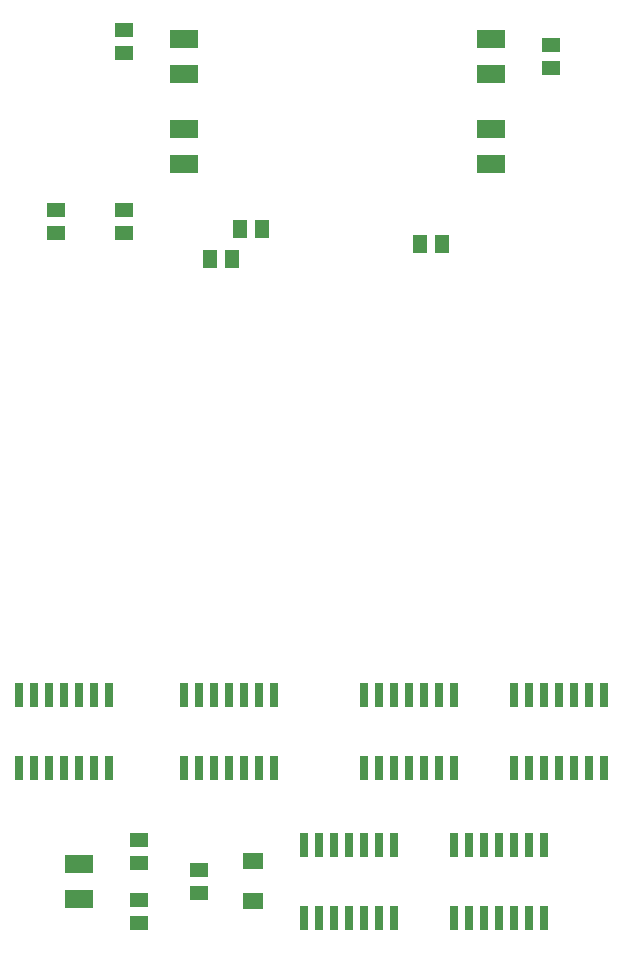
<source format=gbp>
G75*
%MOIN*%
%OFA0B0*%
%FSLAX25Y25*%
%IPPOS*%
%LPD*%
%AMOC8*
5,1,8,0,0,1.08239X$1,22.5*
%
%ADD10R,0.09449X0.06299*%
%ADD11R,0.02600X0.08000*%
%ADD12R,0.05906X0.05118*%
%ADD13R,0.06299X0.05118*%
%ADD14R,0.07087X0.05512*%
%ADD15R,0.05118X0.05906*%
D10*
X0041000Y0027594D03*
X0041000Y0039406D03*
X0076000Y0272594D03*
X0076000Y0284406D03*
X0076000Y0302594D03*
X0076000Y0314406D03*
X0178500Y0314406D03*
X0178500Y0302594D03*
X0178500Y0284406D03*
X0178500Y0272594D03*
D11*
X0186000Y0095600D03*
X0191000Y0095600D03*
X0196000Y0095600D03*
X0201000Y0095600D03*
X0206000Y0095600D03*
X0211000Y0095600D03*
X0216000Y0095600D03*
X0216000Y0071400D03*
X0211000Y0071400D03*
X0206000Y0071400D03*
X0201000Y0071400D03*
X0196000Y0071400D03*
X0191000Y0071400D03*
X0186000Y0071400D03*
X0166000Y0071400D03*
X0161000Y0071400D03*
X0156000Y0071400D03*
X0151000Y0071400D03*
X0146000Y0071400D03*
X0141000Y0071400D03*
X0136000Y0071400D03*
X0136000Y0095600D03*
X0141000Y0095600D03*
X0146000Y0095600D03*
X0151000Y0095600D03*
X0156000Y0095600D03*
X0161000Y0095600D03*
X0166000Y0095600D03*
X0166000Y0045600D03*
X0171000Y0045600D03*
X0176000Y0045600D03*
X0181000Y0045600D03*
X0186000Y0045600D03*
X0191000Y0045600D03*
X0196000Y0045600D03*
X0196000Y0021400D03*
X0191000Y0021400D03*
X0186000Y0021400D03*
X0181000Y0021400D03*
X0176000Y0021400D03*
X0171000Y0021400D03*
X0166000Y0021400D03*
X0146000Y0021400D03*
X0141000Y0021400D03*
X0136000Y0021400D03*
X0131000Y0021400D03*
X0126000Y0021400D03*
X0121000Y0021400D03*
X0116000Y0021400D03*
X0116000Y0045600D03*
X0121000Y0045600D03*
X0126000Y0045600D03*
X0131000Y0045600D03*
X0136000Y0045600D03*
X0141000Y0045600D03*
X0146000Y0045600D03*
X0106000Y0071400D03*
X0101000Y0071400D03*
X0096000Y0071400D03*
X0091000Y0071400D03*
X0086000Y0071400D03*
X0081000Y0071400D03*
X0076000Y0071400D03*
X0076000Y0095600D03*
X0081000Y0095600D03*
X0086000Y0095600D03*
X0091000Y0095600D03*
X0096000Y0095600D03*
X0101000Y0095600D03*
X0106000Y0095600D03*
X0051000Y0095600D03*
X0046000Y0095600D03*
X0041000Y0095600D03*
X0036000Y0095600D03*
X0031000Y0095600D03*
X0026000Y0095600D03*
X0021000Y0095600D03*
X0021000Y0071400D03*
X0026000Y0071400D03*
X0031000Y0071400D03*
X0036000Y0071400D03*
X0041000Y0071400D03*
X0046000Y0071400D03*
X0051000Y0071400D03*
D12*
X0061000Y0047240D03*
X0061000Y0039760D03*
X0061000Y0027240D03*
X0061000Y0019760D03*
X0056000Y0249760D03*
X0056000Y0257240D03*
X0033500Y0257240D03*
X0033500Y0249760D03*
X0056000Y0309760D03*
X0056000Y0317240D03*
X0198500Y0312240D03*
X0198500Y0304760D03*
D13*
X0081000Y0037240D03*
X0081000Y0029760D03*
D14*
X0099000Y0026807D03*
X0099000Y0040193D03*
D15*
X0092240Y0241000D03*
X0084760Y0241000D03*
X0094760Y0251000D03*
X0102240Y0251000D03*
X0154760Y0246000D03*
X0162240Y0246000D03*
M02*

</source>
